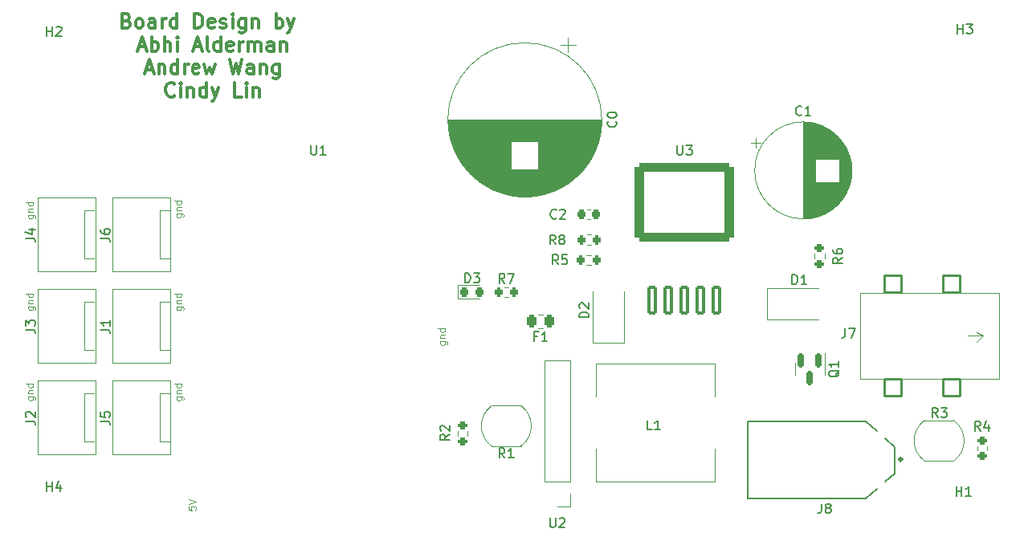
<source format=gto>
G04 #@! TF.GenerationSoftware,KiCad,Pcbnew,(6.0.1)*
G04 #@! TF.CreationDate,2022-04-16T00:13:44-07:00*
G04 #@! TF.ProjectId,AnimatronicEyes,416e696d-6174-4726-9f6e-696345796573,rev?*
G04 #@! TF.SameCoordinates,Original*
G04 #@! TF.FileFunction,Legend,Top*
G04 #@! TF.FilePolarity,Positive*
%FSLAX46Y46*%
G04 Gerber Fmt 4.6, Leading zero omitted, Abs format (unit mm)*
G04 Created by KiCad (PCBNEW (6.0.1)) date 2022-04-16 00:13:44*
%MOMM*%
%LPD*%
G01*
G04 APERTURE LIST*
G04 Aperture macros list*
%AMRoundRect*
0 Rectangle with rounded corners*
0 $1 Rounding radius*
0 $2 $3 $4 $5 $6 $7 $8 $9 X,Y pos of 4 corners*
0 Add a 4 corners polygon primitive as box body*
4,1,4,$2,$3,$4,$5,$6,$7,$8,$9,$2,$3,0*
0 Add four circle primitives for the rounded corners*
1,1,$1+$1,$2,$3*
1,1,$1+$1,$4,$5*
1,1,$1+$1,$6,$7*
1,1,$1+$1,$8,$9*
0 Add four rect primitives between the rounded corners*
20,1,$1+$1,$2,$3,$4,$5,0*
20,1,$1+$1,$4,$5,$6,$7,0*
20,1,$1+$1,$6,$7,$8,$9,0*
20,1,$1+$1,$8,$9,$2,$3,0*%
G04 Aperture macros list end*
%ADD10C,0.125000*%
%ADD11C,0.300000*%
%ADD12C,0.150000*%
%ADD13C,0.120000*%
%ADD14C,0.127000*%
%ADD15C,2.100000*%
%ADD16R,1.800000X2.500000*%
%ADD17R,2.030000X1.730000*%
%ADD18O,2.030000X1.730000*%
%ADD19C,1.500000*%
%ADD20RoundRect,0.150000X-0.358000X-1.375000X0.358000X-1.375000X0.358000X1.375000X-0.358000X1.375000X0*%
%ADD21RoundRect,0.500000X-4.745000X-3.690000X4.745000X-3.690000X4.745000X3.690000X-4.745000X3.690000X0*%
%ADD22RoundRect,0.200000X0.200000X0.275000X-0.200000X0.275000X-0.200000X-0.275000X0.200000X-0.275000X0*%
%ADD23R,2.500000X1.800000*%
%ADD24RoundRect,0.150000X-0.150000X0.587500X-0.150000X-0.587500X0.150000X-0.587500X0.150000X0.587500X0*%
%ADD25C,1.800000*%
%ADD26C,1.600000*%
%ADD27RoundRect,0.100000X0.900000X0.900000X-0.900000X0.900000X-0.900000X-0.900000X0.900000X-0.900000X0*%
%ADD28RoundRect,0.225000X0.225000X0.250000X-0.225000X0.250000X-0.225000X-0.250000X0.225000X-0.250000X0*%
%ADD29RoundRect,0.200000X-0.200000X-0.275000X0.200000X-0.275000X0.200000X0.275000X-0.200000X0.275000X0*%
%ADD30RoundRect,0.200000X0.275000X-0.200000X0.275000X0.200000X-0.275000X0.200000X-0.275000X-0.200000X0*%
%ADD31R,2.400000X2.400000*%
%ADD32C,2.400000*%
%ADD33O,1.700000X1.700000*%
%ADD34R,5.516000X5.516000*%
%ADD35C,5.516000*%
%ADD36RoundRect,0.243750X0.243750X0.456250X-0.243750X0.456250X-0.243750X-0.456250X0.243750X-0.456250X0*%
%ADD37RoundRect,0.200000X-0.275000X0.200000X-0.275000X-0.200000X0.275000X-0.200000X0.275000X0.200000X0*%
%ADD38RoundRect,0.218750X-0.218750X-0.256250X0.218750X-0.256250X0.218750X0.256250X-0.218750X0.256250X0*%
%ADD39R,1.700000X1.700000*%
%ADD40R,2.900000X5.400000*%
%ADD41R,2.000000X2.000000*%
%ADD42C,2.000000*%
G04 APERTURE END LIST*
D10*
X92676285Y-72653857D02*
X93283428Y-72653857D01*
X93354857Y-72689571D01*
X93390571Y-72725285D01*
X93426285Y-72796714D01*
X93426285Y-72903857D01*
X93390571Y-72975285D01*
X93140571Y-72653857D02*
X93176285Y-72725285D01*
X93176285Y-72868142D01*
X93140571Y-72939571D01*
X93104857Y-72975285D01*
X93033428Y-73011000D01*
X92819142Y-73011000D01*
X92747714Y-72975285D01*
X92712000Y-72939571D01*
X92676285Y-72868142D01*
X92676285Y-72725285D01*
X92712000Y-72653857D01*
X92676285Y-72296714D02*
X93176285Y-72296714D01*
X92747714Y-72296714D02*
X92712000Y-72261000D01*
X92676285Y-72189571D01*
X92676285Y-72082428D01*
X92712000Y-72011000D01*
X92783428Y-71975285D01*
X93176285Y-71975285D01*
X93176285Y-71296714D02*
X92426285Y-71296714D01*
X93140571Y-71296714D02*
X93176285Y-71368142D01*
X93176285Y-71511000D01*
X93140571Y-71582428D01*
X93104857Y-71618142D01*
X93033428Y-71653857D01*
X92819142Y-71653857D01*
X92747714Y-71618142D01*
X92712000Y-71582428D01*
X92676285Y-71511000D01*
X92676285Y-71368142D01*
X92712000Y-71296714D01*
X77055285Y-63001857D02*
X77662428Y-63001857D01*
X77733857Y-63037571D01*
X77769571Y-63073285D01*
X77805285Y-63144714D01*
X77805285Y-63251857D01*
X77769571Y-63323285D01*
X77519571Y-63001857D02*
X77555285Y-63073285D01*
X77555285Y-63216142D01*
X77519571Y-63287571D01*
X77483857Y-63323285D01*
X77412428Y-63359000D01*
X77198142Y-63359000D01*
X77126714Y-63323285D01*
X77091000Y-63287571D01*
X77055285Y-63216142D01*
X77055285Y-63073285D01*
X77091000Y-63001857D01*
X77055285Y-62644714D02*
X77555285Y-62644714D01*
X77126714Y-62644714D02*
X77091000Y-62609000D01*
X77055285Y-62537571D01*
X77055285Y-62430428D01*
X77091000Y-62359000D01*
X77162428Y-62323285D01*
X77555285Y-62323285D01*
X77555285Y-61644714D02*
X76805285Y-61644714D01*
X77519571Y-61644714D02*
X77555285Y-61716142D01*
X77555285Y-61859000D01*
X77519571Y-61930428D01*
X77483857Y-61966142D01*
X77412428Y-62001857D01*
X77198142Y-62001857D01*
X77126714Y-61966142D01*
X77091000Y-61930428D01*
X77055285Y-61859000D01*
X77055285Y-61716142D01*
X77091000Y-61644714D01*
X92676285Y-82178857D02*
X93283428Y-82178857D01*
X93354857Y-82214571D01*
X93390571Y-82250285D01*
X93426285Y-82321714D01*
X93426285Y-82428857D01*
X93390571Y-82500285D01*
X93140571Y-82178857D02*
X93176285Y-82250285D01*
X93176285Y-82393142D01*
X93140571Y-82464571D01*
X93104857Y-82500285D01*
X93033428Y-82536000D01*
X92819142Y-82536000D01*
X92747714Y-82500285D01*
X92712000Y-82464571D01*
X92676285Y-82393142D01*
X92676285Y-82250285D01*
X92712000Y-82178857D01*
X92676285Y-81821714D02*
X93176285Y-81821714D01*
X92747714Y-81821714D02*
X92712000Y-81786000D01*
X92676285Y-81714571D01*
X92676285Y-81607428D01*
X92712000Y-81536000D01*
X92783428Y-81500285D01*
X93176285Y-81500285D01*
X93176285Y-80821714D02*
X92426285Y-80821714D01*
X93140571Y-80821714D02*
X93176285Y-80893142D01*
X93176285Y-81036000D01*
X93140571Y-81107428D01*
X93104857Y-81143142D01*
X93033428Y-81178857D01*
X92819142Y-81178857D01*
X92747714Y-81143142D01*
X92712000Y-81107428D01*
X92676285Y-81036000D01*
X92676285Y-80893142D01*
X92712000Y-80821714D01*
X120489285Y-76336857D02*
X121096428Y-76336857D01*
X121167857Y-76372571D01*
X121203571Y-76408285D01*
X121239285Y-76479714D01*
X121239285Y-76586857D01*
X121203571Y-76658285D01*
X120953571Y-76336857D02*
X120989285Y-76408285D01*
X120989285Y-76551142D01*
X120953571Y-76622571D01*
X120917857Y-76658285D01*
X120846428Y-76694000D01*
X120632142Y-76694000D01*
X120560714Y-76658285D01*
X120525000Y-76622571D01*
X120489285Y-76551142D01*
X120489285Y-76408285D01*
X120525000Y-76336857D01*
X120489285Y-75979714D02*
X120989285Y-75979714D01*
X120560714Y-75979714D02*
X120525000Y-75944000D01*
X120489285Y-75872571D01*
X120489285Y-75765428D01*
X120525000Y-75694000D01*
X120596428Y-75658285D01*
X120989285Y-75658285D01*
X120989285Y-74979714D02*
X120239285Y-74979714D01*
X120953571Y-74979714D02*
X120989285Y-75051142D01*
X120989285Y-75194000D01*
X120953571Y-75265428D01*
X120917857Y-75301142D01*
X120846428Y-75336857D01*
X120632142Y-75336857D01*
X120560714Y-75301142D01*
X120525000Y-75265428D01*
X120489285Y-75194000D01*
X120489285Y-75051142D01*
X120525000Y-74979714D01*
X93950285Y-93741857D02*
X93950285Y-94099000D01*
X94307428Y-94134714D01*
X94271714Y-94099000D01*
X94236000Y-94027571D01*
X94236000Y-93849000D01*
X94271714Y-93777571D01*
X94307428Y-93741857D01*
X94378857Y-93706142D01*
X94557428Y-93706142D01*
X94628857Y-93741857D01*
X94664571Y-93777571D01*
X94700285Y-93849000D01*
X94700285Y-94027571D01*
X94664571Y-94099000D01*
X94628857Y-94134714D01*
X93950285Y-93491857D02*
X94700285Y-93241857D01*
X93950285Y-92991857D01*
X77055285Y-72653857D02*
X77662428Y-72653857D01*
X77733857Y-72689571D01*
X77769571Y-72725285D01*
X77805285Y-72796714D01*
X77805285Y-72903857D01*
X77769571Y-72975285D01*
X77519571Y-72653857D02*
X77555285Y-72725285D01*
X77555285Y-72868142D01*
X77519571Y-72939571D01*
X77483857Y-72975285D01*
X77412428Y-73011000D01*
X77198142Y-73011000D01*
X77126714Y-72975285D01*
X77091000Y-72939571D01*
X77055285Y-72868142D01*
X77055285Y-72725285D01*
X77091000Y-72653857D01*
X77055285Y-72296714D02*
X77555285Y-72296714D01*
X77126714Y-72296714D02*
X77091000Y-72261000D01*
X77055285Y-72189571D01*
X77055285Y-72082428D01*
X77091000Y-72011000D01*
X77162428Y-71975285D01*
X77555285Y-71975285D01*
X77555285Y-71296714D02*
X76805285Y-71296714D01*
X77519571Y-71296714D02*
X77555285Y-71368142D01*
X77555285Y-71511000D01*
X77519571Y-71582428D01*
X77483857Y-71618142D01*
X77412428Y-71653857D01*
X77198142Y-71653857D01*
X77126714Y-71618142D01*
X77091000Y-71582428D01*
X77055285Y-71511000D01*
X77055285Y-71368142D01*
X77091000Y-71296714D01*
X77055285Y-82178857D02*
X77662428Y-82178857D01*
X77733857Y-82214571D01*
X77769571Y-82250285D01*
X77805285Y-82321714D01*
X77805285Y-82428857D01*
X77769571Y-82500285D01*
X77519571Y-82178857D02*
X77555285Y-82250285D01*
X77555285Y-82393142D01*
X77519571Y-82464571D01*
X77483857Y-82500285D01*
X77412428Y-82536000D01*
X77198142Y-82536000D01*
X77126714Y-82500285D01*
X77091000Y-82464571D01*
X77055285Y-82393142D01*
X77055285Y-82250285D01*
X77091000Y-82178857D01*
X77055285Y-81821714D02*
X77555285Y-81821714D01*
X77126714Y-81821714D02*
X77091000Y-81786000D01*
X77055285Y-81714571D01*
X77055285Y-81607428D01*
X77091000Y-81536000D01*
X77162428Y-81500285D01*
X77555285Y-81500285D01*
X77555285Y-80821714D02*
X76805285Y-80821714D01*
X77519571Y-80821714D02*
X77555285Y-80893142D01*
X77555285Y-81036000D01*
X77519571Y-81107428D01*
X77483857Y-81143142D01*
X77412428Y-81178857D01*
X77198142Y-81178857D01*
X77126714Y-81143142D01*
X77091000Y-81107428D01*
X77055285Y-81036000D01*
X77055285Y-80893142D01*
X77091000Y-80821714D01*
D11*
X87448571Y-42498357D02*
X87662857Y-42569785D01*
X87734285Y-42641214D01*
X87805714Y-42784071D01*
X87805714Y-42998357D01*
X87734285Y-43141214D01*
X87662857Y-43212642D01*
X87520000Y-43284071D01*
X86948571Y-43284071D01*
X86948571Y-41784071D01*
X87448571Y-41784071D01*
X87591428Y-41855500D01*
X87662857Y-41926928D01*
X87734285Y-42069785D01*
X87734285Y-42212642D01*
X87662857Y-42355500D01*
X87591428Y-42426928D01*
X87448571Y-42498357D01*
X86948571Y-42498357D01*
X88662857Y-43284071D02*
X88520000Y-43212642D01*
X88448571Y-43141214D01*
X88377142Y-42998357D01*
X88377142Y-42569785D01*
X88448571Y-42426928D01*
X88520000Y-42355500D01*
X88662857Y-42284071D01*
X88877142Y-42284071D01*
X89020000Y-42355500D01*
X89091428Y-42426928D01*
X89162857Y-42569785D01*
X89162857Y-42998357D01*
X89091428Y-43141214D01*
X89020000Y-43212642D01*
X88877142Y-43284071D01*
X88662857Y-43284071D01*
X90448571Y-43284071D02*
X90448571Y-42498357D01*
X90377142Y-42355500D01*
X90234285Y-42284071D01*
X89948571Y-42284071D01*
X89805714Y-42355500D01*
X90448571Y-43212642D02*
X90305714Y-43284071D01*
X89948571Y-43284071D01*
X89805714Y-43212642D01*
X89734285Y-43069785D01*
X89734285Y-42926928D01*
X89805714Y-42784071D01*
X89948571Y-42712642D01*
X90305714Y-42712642D01*
X90448571Y-42641214D01*
X91162857Y-43284071D02*
X91162857Y-42284071D01*
X91162857Y-42569785D02*
X91234285Y-42426928D01*
X91305714Y-42355500D01*
X91448571Y-42284071D01*
X91591428Y-42284071D01*
X92734285Y-43284071D02*
X92734285Y-41784071D01*
X92734285Y-43212642D02*
X92591428Y-43284071D01*
X92305714Y-43284071D01*
X92162857Y-43212642D01*
X92091428Y-43141214D01*
X92020000Y-42998357D01*
X92020000Y-42569785D01*
X92091428Y-42426928D01*
X92162857Y-42355500D01*
X92305714Y-42284071D01*
X92591428Y-42284071D01*
X92734285Y-42355500D01*
X94591428Y-43284071D02*
X94591428Y-41784071D01*
X94948571Y-41784071D01*
X95162857Y-41855500D01*
X95305714Y-41998357D01*
X95377142Y-42141214D01*
X95448571Y-42426928D01*
X95448571Y-42641214D01*
X95377142Y-42926928D01*
X95305714Y-43069785D01*
X95162857Y-43212642D01*
X94948571Y-43284071D01*
X94591428Y-43284071D01*
X96662857Y-43212642D02*
X96520000Y-43284071D01*
X96234285Y-43284071D01*
X96091428Y-43212642D01*
X96020000Y-43069785D01*
X96020000Y-42498357D01*
X96091428Y-42355500D01*
X96234285Y-42284071D01*
X96520000Y-42284071D01*
X96662857Y-42355500D01*
X96734285Y-42498357D01*
X96734285Y-42641214D01*
X96020000Y-42784071D01*
X97305714Y-43212642D02*
X97448571Y-43284071D01*
X97734285Y-43284071D01*
X97877142Y-43212642D01*
X97948571Y-43069785D01*
X97948571Y-42998357D01*
X97877142Y-42855500D01*
X97734285Y-42784071D01*
X97520000Y-42784071D01*
X97377142Y-42712642D01*
X97305714Y-42569785D01*
X97305714Y-42498357D01*
X97377142Y-42355500D01*
X97520000Y-42284071D01*
X97734285Y-42284071D01*
X97877142Y-42355500D01*
X98591428Y-43284071D02*
X98591428Y-42284071D01*
X98591428Y-41784071D02*
X98520000Y-41855500D01*
X98591428Y-41926928D01*
X98662857Y-41855500D01*
X98591428Y-41784071D01*
X98591428Y-41926928D01*
X99948571Y-42284071D02*
X99948571Y-43498357D01*
X99877142Y-43641214D01*
X99805714Y-43712642D01*
X99662857Y-43784071D01*
X99448571Y-43784071D01*
X99305714Y-43712642D01*
X99948571Y-43212642D02*
X99805714Y-43284071D01*
X99520000Y-43284071D01*
X99377142Y-43212642D01*
X99305714Y-43141214D01*
X99234285Y-42998357D01*
X99234285Y-42569785D01*
X99305714Y-42426928D01*
X99377142Y-42355500D01*
X99520000Y-42284071D01*
X99805714Y-42284071D01*
X99948571Y-42355500D01*
X100662857Y-42284071D02*
X100662857Y-43284071D01*
X100662857Y-42426928D02*
X100734285Y-42355500D01*
X100877142Y-42284071D01*
X101091428Y-42284071D01*
X101234285Y-42355500D01*
X101305714Y-42498357D01*
X101305714Y-43284071D01*
X103162857Y-43284071D02*
X103162857Y-41784071D01*
X103162857Y-42355500D02*
X103305714Y-42284071D01*
X103591428Y-42284071D01*
X103734285Y-42355500D01*
X103805714Y-42426928D01*
X103877142Y-42569785D01*
X103877142Y-42998357D01*
X103805714Y-43141214D01*
X103734285Y-43212642D01*
X103591428Y-43284071D01*
X103305714Y-43284071D01*
X103162857Y-43212642D01*
X104377142Y-42284071D02*
X104734285Y-43284071D01*
X105091428Y-42284071D02*
X104734285Y-43284071D01*
X104591428Y-43641214D01*
X104520000Y-43712642D01*
X104377142Y-43784071D01*
X88698571Y-45270500D02*
X89412857Y-45270500D01*
X88555714Y-45699071D02*
X89055714Y-44199071D01*
X89555714Y-45699071D01*
X90055714Y-45699071D02*
X90055714Y-44199071D01*
X90055714Y-44770500D02*
X90198571Y-44699071D01*
X90484285Y-44699071D01*
X90627142Y-44770500D01*
X90698571Y-44841928D01*
X90770000Y-44984785D01*
X90770000Y-45413357D01*
X90698571Y-45556214D01*
X90627142Y-45627642D01*
X90484285Y-45699071D01*
X90198571Y-45699071D01*
X90055714Y-45627642D01*
X91412857Y-45699071D02*
X91412857Y-44199071D01*
X92055714Y-45699071D02*
X92055714Y-44913357D01*
X91984285Y-44770500D01*
X91841428Y-44699071D01*
X91627142Y-44699071D01*
X91484285Y-44770500D01*
X91412857Y-44841928D01*
X92770000Y-45699071D02*
X92770000Y-44699071D01*
X92770000Y-44199071D02*
X92698571Y-44270500D01*
X92770000Y-44341928D01*
X92841428Y-44270500D01*
X92770000Y-44199071D01*
X92770000Y-44341928D01*
X94555714Y-45270500D02*
X95270000Y-45270500D01*
X94412857Y-45699071D02*
X94912857Y-44199071D01*
X95412857Y-45699071D01*
X96127142Y-45699071D02*
X95984285Y-45627642D01*
X95912857Y-45484785D01*
X95912857Y-44199071D01*
X97341428Y-45699071D02*
X97341428Y-44199071D01*
X97341428Y-45627642D02*
X97198571Y-45699071D01*
X96912857Y-45699071D01*
X96770000Y-45627642D01*
X96698571Y-45556214D01*
X96627142Y-45413357D01*
X96627142Y-44984785D01*
X96698571Y-44841928D01*
X96770000Y-44770500D01*
X96912857Y-44699071D01*
X97198571Y-44699071D01*
X97341428Y-44770500D01*
X98627142Y-45627642D02*
X98484285Y-45699071D01*
X98198571Y-45699071D01*
X98055714Y-45627642D01*
X97984285Y-45484785D01*
X97984285Y-44913357D01*
X98055714Y-44770500D01*
X98198571Y-44699071D01*
X98484285Y-44699071D01*
X98627142Y-44770500D01*
X98698571Y-44913357D01*
X98698571Y-45056214D01*
X97984285Y-45199071D01*
X99341428Y-45699071D02*
X99341428Y-44699071D01*
X99341428Y-44984785D02*
X99412857Y-44841928D01*
X99484285Y-44770500D01*
X99627142Y-44699071D01*
X99770000Y-44699071D01*
X100270000Y-45699071D02*
X100270000Y-44699071D01*
X100270000Y-44841928D02*
X100341428Y-44770500D01*
X100484285Y-44699071D01*
X100698571Y-44699071D01*
X100841428Y-44770500D01*
X100912857Y-44913357D01*
X100912857Y-45699071D01*
X100912857Y-44913357D02*
X100984285Y-44770500D01*
X101127142Y-44699071D01*
X101341428Y-44699071D01*
X101484285Y-44770500D01*
X101555714Y-44913357D01*
X101555714Y-45699071D01*
X102912857Y-45699071D02*
X102912857Y-44913357D01*
X102841428Y-44770500D01*
X102698571Y-44699071D01*
X102412857Y-44699071D01*
X102270000Y-44770500D01*
X102912857Y-45627642D02*
X102770000Y-45699071D01*
X102412857Y-45699071D01*
X102270000Y-45627642D01*
X102198571Y-45484785D01*
X102198571Y-45341928D01*
X102270000Y-45199071D01*
X102412857Y-45127642D01*
X102770000Y-45127642D01*
X102912857Y-45056214D01*
X103627142Y-44699071D02*
X103627142Y-45699071D01*
X103627142Y-44841928D02*
X103698571Y-44770500D01*
X103841428Y-44699071D01*
X104055714Y-44699071D01*
X104198571Y-44770500D01*
X104270000Y-44913357D01*
X104270000Y-45699071D01*
X89448571Y-47685500D02*
X90162857Y-47685500D01*
X89305714Y-48114071D02*
X89805714Y-46614071D01*
X90305714Y-48114071D01*
X90805714Y-47114071D02*
X90805714Y-48114071D01*
X90805714Y-47256928D02*
X90877142Y-47185500D01*
X91020000Y-47114071D01*
X91234285Y-47114071D01*
X91377142Y-47185500D01*
X91448571Y-47328357D01*
X91448571Y-48114071D01*
X92805714Y-48114071D02*
X92805714Y-46614071D01*
X92805714Y-48042642D02*
X92662857Y-48114071D01*
X92377142Y-48114071D01*
X92234285Y-48042642D01*
X92162857Y-47971214D01*
X92091428Y-47828357D01*
X92091428Y-47399785D01*
X92162857Y-47256928D01*
X92234285Y-47185500D01*
X92377142Y-47114071D01*
X92662857Y-47114071D01*
X92805714Y-47185500D01*
X93520000Y-48114071D02*
X93520000Y-47114071D01*
X93520000Y-47399785D02*
X93591428Y-47256928D01*
X93662857Y-47185500D01*
X93805714Y-47114071D01*
X93948571Y-47114071D01*
X95020000Y-48042642D02*
X94877142Y-48114071D01*
X94591428Y-48114071D01*
X94448571Y-48042642D01*
X94377142Y-47899785D01*
X94377142Y-47328357D01*
X94448571Y-47185500D01*
X94591428Y-47114071D01*
X94877142Y-47114071D01*
X95020000Y-47185500D01*
X95091428Y-47328357D01*
X95091428Y-47471214D01*
X94377142Y-47614071D01*
X95591428Y-47114071D02*
X95877142Y-48114071D01*
X96162857Y-47399785D01*
X96448571Y-48114071D01*
X96734285Y-47114071D01*
X98305714Y-46614071D02*
X98662857Y-48114071D01*
X98948571Y-47042642D01*
X99234285Y-48114071D01*
X99591428Y-46614071D01*
X100805714Y-48114071D02*
X100805714Y-47328357D01*
X100734285Y-47185500D01*
X100591428Y-47114071D01*
X100305714Y-47114071D01*
X100162857Y-47185500D01*
X100805714Y-48042642D02*
X100662857Y-48114071D01*
X100305714Y-48114071D01*
X100162857Y-48042642D01*
X100091428Y-47899785D01*
X100091428Y-47756928D01*
X100162857Y-47614071D01*
X100305714Y-47542642D01*
X100662857Y-47542642D01*
X100805714Y-47471214D01*
X101520000Y-47114071D02*
X101520000Y-48114071D01*
X101520000Y-47256928D02*
X101591428Y-47185500D01*
X101734285Y-47114071D01*
X101948571Y-47114071D01*
X102091428Y-47185500D01*
X102162857Y-47328357D01*
X102162857Y-48114071D01*
X103520000Y-47114071D02*
X103520000Y-48328357D01*
X103448571Y-48471214D01*
X103377142Y-48542642D01*
X103234285Y-48614071D01*
X103020000Y-48614071D01*
X102877142Y-48542642D01*
X103520000Y-48042642D02*
X103377142Y-48114071D01*
X103091428Y-48114071D01*
X102948571Y-48042642D01*
X102877142Y-47971214D01*
X102805714Y-47828357D01*
X102805714Y-47399785D01*
X102877142Y-47256928D01*
X102948571Y-47185500D01*
X103091428Y-47114071D01*
X103377142Y-47114071D01*
X103520000Y-47185500D01*
X92484285Y-50386214D02*
X92412857Y-50457642D01*
X92198571Y-50529071D01*
X92055714Y-50529071D01*
X91841428Y-50457642D01*
X91698571Y-50314785D01*
X91627142Y-50171928D01*
X91555714Y-49886214D01*
X91555714Y-49671928D01*
X91627142Y-49386214D01*
X91698571Y-49243357D01*
X91841428Y-49100500D01*
X92055714Y-49029071D01*
X92198571Y-49029071D01*
X92412857Y-49100500D01*
X92484285Y-49171928D01*
X93127142Y-50529071D02*
X93127142Y-49529071D01*
X93127142Y-49029071D02*
X93055714Y-49100500D01*
X93127142Y-49171928D01*
X93198571Y-49100500D01*
X93127142Y-49029071D01*
X93127142Y-49171928D01*
X93841428Y-49529071D02*
X93841428Y-50529071D01*
X93841428Y-49671928D02*
X93912857Y-49600500D01*
X94055714Y-49529071D01*
X94270000Y-49529071D01*
X94412857Y-49600500D01*
X94484285Y-49743357D01*
X94484285Y-50529071D01*
X95841428Y-50529071D02*
X95841428Y-49029071D01*
X95841428Y-50457642D02*
X95698571Y-50529071D01*
X95412857Y-50529071D01*
X95270000Y-50457642D01*
X95198571Y-50386214D01*
X95127142Y-50243357D01*
X95127142Y-49814785D01*
X95198571Y-49671928D01*
X95270000Y-49600500D01*
X95412857Y-49529071D01*
X95698571Y-49529071D01*
X95841428Y-49600500D01*
X96412857Y-49529071D02*
X96770000Y-50529071D01*
X97127142Y-49529071D02*
X96770000Y-50529071D01*
X96627142Y-50886214D01*
X96555714Y-50957642D01*
X96412857Y-51029071D01*
X99555714Y-50529071D02*
X98841428Y-50529071D01*
X98841428Y-49029071D01*
X100055714Y-50529071D02*
X100055714Y-49529071D01*
X100055714Y-49029071D02*
X99984285Y-49100500D01*
X100055714Y-49171928D01*
X100127142Y-49100500D01*
X100055714Y-49029071D01*
X100055714Y-49171928D01*
X100770000Y-49529071D02*
X100770000Y-50529071D01*
X100770000Y-49671928D02*
X100841428Y-49600500D01*
X100984285Y-49529071D01*
X101198571Y-49529071D01*
X101341428Y-49600500D01*
X101412857Y-49743357D01*
X101412857Y-50529071D01*
D10*
X92676285Y-62874857D02*
X93283428Y-62874857D01*
X93354857Y-62910571D01*
X93390571Y-62946285D01*
X93426285Y-63017714D01*
X93426285Y-63124857D01*
X93390571Y-63196285D01*
X93140571Y-62874857D02*
X93176285Y-62946285D01*
X93176285Y-63089142D01*
X93140571Y-63160571D01*
X93104857Y-63196285D01*
X93033428Y-63232000D01*
X92819142Y-63232000D01*
X92747714Y-63196285D01*
X92712000Y-63160571D01*
X92676285Y-63089142D01*
X92676285Y-62946285D01*
X92712000Y-62874857D01*
X92676285Y-62517714D02*
X93176285Y-62517714D01*
X92747714Y-62517714D02*
X92712000Y-62482000D01*
X92676285Y-62410571D01*
X92676285Y-62303428D01*
X92712000Y-62232000D01*
X92783428Y-62196285D01*
X93176285Y-62196285D01*
X93176285Y-61517714D02*
X92426285Y-61517714D01*
X93140571Y-61517714D02*
X93176285Y-61589142D01*
X93176285Y-61732000D01*
X93140571Y-61803428D01*
X93104857Y-61839142D01*
X93033428Y-61874857D01*
X92819142Y-61874857D01*
X92747714Y-61839142D01*
X92712000Y-61803428D01*
X92676285Y-61732000D01*
X92676285Y-61589142D01*
X92712000Y-61517714D01*
D12*
X78994095Y-44115380D02*
X78994095Y-43115380D01*
X78994095Y-43591571D02*
X79565523Y-43591571D01*
X79565523Y-44115380D02*
X79565523Y-43115380D01*
X79994095Y-43210619D02*
X80041714Y-43163000D01*
X80136952Y-43115380D01*
X80375047Y-43115380D01*
X80470285Y-43163000D01*
X80517904Y-43210619D01*
X80565523Y-43305857D01*
X80565523Y-43401095D01*
X80517904Y-43543952D01*
X79946476Y-44115380D01*
X80565523Y-44115380D01*
X136152380Y-73800595D02*
X135152380Y-73800595D01*
X135152380Y-73562500D01*
X135200000Y-73419642D01*
X135295238Y-73324404D01*
X135390476Y-73276785D01*
X135580952Y-73229166D01*
X135723809Y-73229166D01*
X135914285Y-73276785D01*
X136009523Y-73324404D01*
X136104761Y-73419642D01*
X136152380Y-73562500D01*
X136152380Y-73800595D01*
X135247619Y-72848214D02*
X135200000Y-72800595D01*
X135152380Y-72705357D01*
X135152380Y-72467261D01*
X135200000Y-72372023D01*
X135247619Y-72324404D01*
X135342857Y-72276785D01*
X135438095Y-72276785D01*
X135580952Y-72324404D01*
X136152380Y-72895833D01*
X136152380Y-72276785D01*
X84673380Y-75087333D02*
X85387666Y-75087333D01*
X85530523Y-75134952D01*
X85625761Y-75230190D01*
X85673380Y-75373047D01*
X85673380Y-75468285D01*
X85673380Y-74087333D02*
X85673380Y-74658761D01*
X85673380Y-74373047D02*
X84673380Y-74373047D01*
X84816238Y-74468285D01*
X84911476Y-74563523D01*
X84959095Y-74658761D01*
X172933333Y-84352380D02*
X172600000Y-83876190D01*
X172361904Y-84352380D02*
X172361904Y-83352380D01*
X172742857Y-83352380D01*
X172838095Y-83400000D01*
X172885714Y-83447619D01*
X172933333Y-83542857D01*
X172933333Y-83685714D01*
X172885714Y-83780952D01*
X172838095Y-83828571D01*
X172742857Y-83876190D01*
X172361904Y-83876190D01*
X173266666Y-83352380D02*
X173885714Y-83352380D01*
X173552380Y-83733333D01*
X173695238Y-83733333D01*
X173790476Y-83780952D01*
X173838095Y-83828571D01*
X173885714Y-83923809D01*
X173885714Y-84161904D01*
X173838095Y-84257142D01*
X173790476Y-84304761D01*
X173695238Y-84352380D01*
X173409523Y-84352380D01*
X173314285Y-84304761D01*
X173266666Y-84257142D01*
X145473095Y-55652380D02*
X145473095Y-56461904D01*
X145520714Y-56557142D01*
X145568333Y-56604761D01*
X145663571Y-56652380D01*
X145854047Y-56652380D01*
X145949285Y-56604761D01*
X145996904Y-56557142D01*
X146044523Y-56461904D01*
X146044523Y-55652380D01*
X146425476Y-55652380D02*
X147044523Y-55652380D01*
X146711190Y-56033333D01*
X146854047Y-56033333D01*
X146949285Y-56080952D01*
X146996904Y-56128571D01*
X147044523Y-56223809D01*
X147044523Y-56461904D01*
X146996904Y-56557142D01*
X146949285Y-56604761D01*
X146854047Y-56652380D01*
X146568333Y-56652380D01*
X146473095Y-56604761D01*
X146425476Y-56557142D01*
X127272333Y-88606380D02*
X126939000Y-88130190D01*
X126700904Y-88606380D02*
X126700904Y-87606380D01*
X127081857Y-87606380D01*
X127177095Y-87654000D01*
X127224714Y-87701619D01*
X127272333Y-87796857D01*
X127272333Y-87939714D01*
X127224714Y-88034952D01*
X127177095Y-88082571D01*
X127081857Y-88130190D01*
X126700904Y-88130190D01*
X128224714Y-88606380D02*
X127653285Y-88606380D01*
X127939000Y-88606380D02*
X127939000Y-87606380D01*
X127843761Y-87749238D01*
X127748523Y-87844476D01*
X127653285Y-87892095D01*
X84673380Y-84737333D02*
X85387666Y-84737333D01*
X85530523Y-84784952D01*
X85625761Y-84880190D01*
X85673380Y-85023047D01*
X85673380Y-85118285D01*
X84673380Y-83784952D02*
X84673380Y-84261142D01*
X85149571Y-84308761D01*
X85101952Y-84261142D01*
X85054333Y-84165904D01*
X85054333Y-83927809D01*
X85101952Y-83832571D01*
X85149571Y-83784952D01*
X85244809Y-83737333D01*
X85482904Y-83737333D01*
X85578142Y-83784952D01*
X85625761Y-83832571D01*
X85673380Y-83927809D01*
X85673380Y-84165904D01*
X85625761Y-84261142D01*
X85578142Y-84308761D01*
X127278333Y-70175380D02*
X126945000Y-69699190D01*
X126706904Y-70175380D02*
X126706904Y-69175380D01*
X127087857Y-69175380D01*
X127183095Y-69223000D01*
X127230714Y-69270619D01*
X127278333Y-69365857D01*
X127278333Y-69508714D01*
X127230714Y-69603952D01*
X127183095Y-69651571D01*
X127087857Y-69699190D01*
X126706904Y-69699190D01*
X127611666Y-69175380D02*
X128278333Y-69175380D01*
X127849761Y-70175380D01*
X157595404Y-70306380D02*
X157595404Y-69306380D01*
X157833500Y-69306380D01*
X157976357Y-69354000D01*
X158071595Y-69449238D01*
X158119214Y-69544476D01*
X158166833Y-69734952D01*
X158166833Y-69877809D01*
X158119214Y-70068285D01*
X158071595Y-70163523D01*
X157976357Y-70258761D01*
X157833500Y-70306380D01*
X157595404Y-70306380D01*
X159119214Y-70306380D02*
X158547785Y-70306380D01*
X158833500Y-70306380D02*
X158833500Y-69306380D01*
X158738261Y-69449238D01*
X158643023Y-69544476D01*
X158547785Y-69592095D01*
X162547619Y-79349238D02*
X162500000Y-79444476D01*
X162404761Y-79539714D01*
X162261904Y-79682571D01*
X162214285Y-79777809D01*
X162214285Y-79873047D01*
X162452380Y-79825428D02*
X162404761Y-79920666D01*
X162309523Y-80015904D01*
X162119047Y-80063523D01*
X161785714Y-80063523D01*
X161595238Y-80015904D01*
X161500000Y-79920666D01*
X161452380Y-79825428D01*
X161452380Y-79634952D01*
X161500000Y-79539714D01*
X161595238Y-79444476D01*
X161785714Y-79396857D01*
X162119047Y-79396857D01*
X162309523Y-79444476D01*
X162404761Y-79539714D01*
X162452380Y-79634952D01*
X162452380Y-79825428D01*
X162452380Y-78444476D02*
X162452380Y-79015904D01*
X162452380Y-78730190D02*
X161452380Y-78730190D01*
X161595238Y-78825428D01*
X161690476Y-78920666D01*
X161738095Y-79015904D01*
X163166666Y-74952380D02*
X163166666Y-75666666D01*
X163119047Y-75809523D01*
X163023809Y-75904761D01*
X162880952Y-75952380D01*
X162785714Y-75952380D01*
X163547619Y-74952380D02*
X164214285Y-74952380D01*
X163785714Y-75952380D01*
X132733333Y-63307142D02*
X132685714Y-63354761D01*
X132542857Y-63402380D01*
X132447619Y-63402380D01*
X132304761Y-63354761D01*
X132209523Y-63259523D01*
X132161904Y-63164285D01*
X132114285Y-62973809D01*
X132114285Y-62830952D01*
X132161904Y-62640476D01*
X132209523Y-62545238D01*
X132304761Y-62450000D01*
X132447619Y-62402380D01*
X132542857Y-62402380D01*
X132685714Y-62450000D01*
X132733333Y-62497619D01*
X133114285Y-62497619D02*
X133161904Y-62450000D01*
X133257142Y-62402380D01*
X133495238Y-62402380D01*
X133590476Y-62450000D01*
X133638095Y-62497619D01*
X133685714Y-62592857D01*
X133685714Y-62688095D01*
X133638095Y-62830952D01*
X133066666Y-63402380D01*
X133685714Y-63402380D01*
X132933333Y-68202380D02*
X132600000Y-67726190D01*
X132361904Y-68202380D02*
X132361904Y-67202380D01*
X132742857Y-67202380D01*
X132838095Y-67250000D01*
X132885714Y-67297619D01*
X132933333Y-67392857D01*
X132933333Y-67535714D01*
X132885714Y-67630952D01*
X132838095Y-67678571D01*
X132742857Y-67726190D01*
X132361904Y-67726190D01*
X133838095Y-67202380D02*
X133361904Y-67202380D01*
X133314285Y-67678571D01*
X133361904Y-67630952D01*
X133457142Y-67583333D01*
X133695238Y-67583333D01*
X133790476Y-67630952D01*
X133838095Y-67678571D01*
X133885714Y-67773809D01*
X133885714Y-68011904D01*
X133838095Y-68107142D01*
X133790476Y-68154761D01*
X133695238Y-68202380D01*
X133457142Y-68202380D01*
X133361904Y-68154761D01*
X133314285Y-68107142D01*
X76773380Y-75087333D02*
X77487666Y-75087333D01*
X77630523Y-75134952D01*
X77725761Y-75230190D01*
X77773380Y-75373047D01*
X77773380Y-75468285D01*
X76773380Y-74706380D02*
X76773380Y-74087333D01*
X77154333Y-74420666D01*
X77154333Y-74277809D01*
X77201952Y-74182571D01*
X77249571Y-74134952D01*
X77344809Y-74087333D01*
X77582904Y-74087333D01*
X77678142Y-74134952D01*
X77725761Y-74182571D01*
X77773380Y-74277809D01*
X77773380Y-74563523D01*
X77725761Y-74658761D01*
X77678142Y-74706380D01*
X162885380Y-67495666D02*
X162409190Y-67829000D01*
X162885380Y-68067095D02*
X161885380Y-68067095D01*
X161885380Y-67686142D01*
X161933000Y-67590904D01*
X161980619Y-67543285D01*
X162075857Y-67495666D01*
X162218714Y-67495666D01*
X162313952Y-67543285D01*
X162361571Y-67590904D01*
X162409190Y-67686142D01*
X162409190Y-68067095D01*
X161885380Y-66638523D02*
X161885380Y-66829000D01*
X161933000Y-66924238D01*
X161980619Y-66971857D01*
X162123476Y-67067095D01*
X162313952Y-67114714D01*
X162694904Y-67114714D01*
X162790142Y-67067095D01*
X162837761Y-67019476D01*
X162885380Y-66924238D01*
X162885380Y-66733761D01*
X162837761Y-66638523D01*
X162790142Y-66590904D01*
X162694904Y-66543285D01*
X162456809Y-66543285D01*
X162361571Y-66590904D01*
X162313952Y-66638523D01*
X162266333Y-66733761D01*
X162266333Y-66924238D01*
X162313952Y-67019476D01*
X162361571Y-67067095D01*
X162456809Y-67114714D01*
X132633333Y-66102380D02*
X132300000Y-65626190D01*
X132061904Y-66102380D02*
X132061904Y-65102380D01*
X132442857Y-65102380D01*
X132538095Y-65150000D01*
X132585714Y-65197619D01*
X132633333Y-65292857D01*
X132633333Y-65435714D01*
X132585714Y-65530952D01*
X132538095Y-65578571D01*
X132442857Y-65626190D01*
X132061904Y-65626190D01*
X133204761Y-65530952D02*
X133109523Y-65483333D01*
X133061904Y-65435714D01*
X133014285Y-65340476D01*
X133014285Y-65292857D01*
X133061904Y-65197619D01*
X133109523Y-65150000D01*
X133204761Y-65102380D01*
X133395238Y-65102380D01*
X133490476Y-65150000D01*
X133538095Y-65197619D01*
X133585714Y-65292857D01*
X133585714Y-65340476D01*
X133538095Y-65435714D01*
X133490476Y-65483333D01*
X133395238Y-65530952D01*
X133204761Y-65530952D01*
X133109523Y-65578571D01*
X133061904Y-65626190D01*
X133014285Y-65721428D01*
X133014285Y-65911904D01*
X133061904Y-66007142D01*
X133109523Y-66054761D01*
X133204761Y-66102380D01*
X133395238Y-66102380D01*
X133490476Y-66054761D01*
X133538095Y-66007142D01*
X133585714Y-65911904D01*
X133585714Y-65721428D01*
X133538095Y-65626190D01*
X133490476Y-65578571D01*
X133395238Y-65530952D01*
X139007142Y-53116666D02*
X139054761Y-53164285D01*
X139102380Y-53307142D01*
X139102380Y-53402380D01*
X139054761Y-53545238D01*
X138959523Y-53640476D01*
X138864285Y-53688095D01*
X138673809Y-53735714D01*
X138530952Y-53735714D01*
X138340476Y-53688095D01*
X138245238Y-53640476D01*
X138150000Y-53545238D01*
X138102380Y-53402380D01*
X138102380Y-53307142D01*
X138150000Y-53164285D01*
X138197619Y-53116666D01*
X138102380Y-52497619D02*
X138102380Y-52402380D01*
X138150000Y-52307142D01*
X138197619Y-52259523D01*
X138292857Y-52211904D01*
X138483333Y-52164285D01*
X138721428Y-52164285D01*
X138911904Y-52211904D01*
X139007142Y-52259523D01*
X139054761Y-52307142D01*
X139102380Y-52402380D01*
X139102380Y-52497619D01*
X139054761Y-52592857D01*
X139007142Y-52640476D01*
X138911904Y-52688095D01*
X138721428Y-52735714D01*
X138483333Y-52735714D01*
X138292857Y-52688095D01*
X138197619Y-52640476D01*
X138150000Y-52592857D01*
X138102380Y-52497619D01*
X106871095Y-55652380D02*
X106871095Y-56461904D01*
X106918714Y-56557142D01*
X106966333Y-56604761D01*
X107061571Y-56652380D01*
X107252047Y-56652380D01*
X107347285Y-56604761D01*
X107394904Y-56557142D01*
X107442523Y-56461904D01*
X107442523Y-55652380D01*
X108442523Y-56652380D02*
X107871095Y-56652380D01*
X108156809Y-56652380D02*
X108156809Y-55652380D01*
X108061571Y-55795238D01*
X107966333Y-55890476D01*
X107871095Y-55938095D01*
X160666435Y-93452001D02*
X160666435Y-94166782D01*
X160618783Y-94309738D01*
X160523479Y-94405042D01*
X160380523Y-94452694D01*
X160285219Y-94452694D01*
X161285912Y-93880869D02*
X161190608Y-93833217D01*
X161142956Y-93785565D01*
X161095304Y-93690261D01*
X161095304Y-93642609D01*
X161142956Y-93547305D01*
X161190608Y-93499653D01*
X161285912Y-93452001D01*
X161476520Y-93452001D01*
X161571824Y-93499653D01*
X161619476Y-93547305D01*
X161667128Y-93642609D01*
X161667128Y-93690261D01*
X161619476Y-93785565D01*
X161571824Y-93833217D01*
X161476520Y-93880869D01*
X161285912Y-93880869D01*
X161190608Y-93928521D01*
X161142956Y-93976173D01*
X161095304Y-94071478D01*
X161095304Y-94262086D01*
X161142956Y-94357390D01*
X161190608Y-94405042D01*
X161285912Y-94452694D01*
X161476520Y-94452694D01*
X161571824Y-94405042D01*
X161619476Y-94357390D01*
X161667128Y-94262086D01*
X161667128Y-94071478D01*
X161619476Y-93976173D01*
X161571824Y-93928521D01*
X161476520Y-93880869D01*
X130729166Y-75778571D02*
X130395833Y-75778571D01*
X130395833Y-76302380D02*
X130395833Y-75302380D01*
X130872023Y-75302380D01*
X131776785Y-76302380D02*
X131205357Y-76302380D01*
X131491071Y-76302380D02*
X131491071Y-75302380D01*
X131395833Y-75445238D01*
X131300595Y-75540476D01*
X131205357Y-75588095D01*
X121483380Y-86145666D02*
X121007190Y-86479000D01*
X121483380Y-86717095D02*
X120483380Y-86717095D01*
X120483380Y-86336142D01*
X120531000Y-86240904D01*
X120578619Y-86193285D01*
X120673857Y-86145666D01*
X120816714Y-86145666D01*
X120911952Y-86193285D01*
X120959571Y-86240904D01*
X121007190Y-86336142D01*
X121007190Y-86717095D01*
X120578619Y-85764714D02*
X120531000Y-85717095D01*
X120483380Y-85621857D01*
X120483380Y-85383761D01*
X120531000Y-85288523D01*
X120578619Y-85240904D01*
X120673857Y-85193285D01*
X120769095Y-85193285D01*
X120911952Y-85240904D01*
X121483380Y-85812333D01*
X121483380Y-85193285D01*
X175006095Y-43861380D02*
X175006095Y-42861380D01*
X175006095Y-43337571D02*
X175577523Y-43337571D01*
X175577523Y-43861380D02*
X175577523Y-42861380D01*
X175958476Y-42861380D02*
X176577523Y-42861380D01*
X176244190Y-43242333D01*
X176387047Y-43242333D01*
X176482285Y-43289952D01*
X176529904Y-43337571D01*
X176577523Y-43432809D01*
X176577523Y-43670904D01*
X176529904Y-43766142D01*
X176482285Y-43813761D01*
X176387047Y-43861380D01*
X176101333Y-43861380D01*
X176006095Y-43813761D01*
X175958476Y-43766142D01*
X123086904Y-70142380D02*
X123086904Y-69142380D01*
X123325000Y-69142380D01*
X123467857Y-69190000D01*
X123563095Y-69285238D01*
X123610714Y-69380476D01*
X123658333Y-69570952D01*
X123658333Y-69713809D01*
X123610714Y-69904285D01*
X123563095Y-69999523D01*
X123467857Y-70094761D01*
X123325000Y-70142380D01*
X123086904Y-70142380D01*
X123991666Y-69142380D02*
X124610714Y-69142380D01*
X124277380Y-69523333D01*
X124420238Y-69523333D01*
X124515476Y-69570952D01*
X124563095Y-69618571D01*
X124610714Y-69713809D01*
X124610714Y-69951904D01*
X124563095Y-70047142D01*
X124515476Y-70094761D01*
X124420238Y-70142380D01*
X124134523Y-70142380D01*
X124039285Y-70094761D01*
X123991666Y-70047142D01*
X84673380Y-65437333D02*
X85387666Y-65437333D01*
X85530523Y-65484952D01*
X85625761Y-65580190D01*
X85673380Y-65723047D01*
X85673380Y-65818285D01*
X84673380Y-64532571D02*
X84673380Y-64723047D01*
X84721000Y-64818285D01*
X84768619Y-64865904D01*
X84911476Y-64961142D01*
X85101952Y-65008761D01*
X85482904Y-65008761D01*
X85578142Y-64961142D01*
X85625761Y-64913523D01*
X85673380Y-64818285D01*
X85673380Y-64627809D01*
X85625761Y-64532571D01*
X85578142Y-64484952D01*
X85482904Y-64437333D01*
X85244809Y-64437333D01*
X85149571Y-64484952D01*
X85101952Y-64532571D01*
X85054333Y-64627809D01*
X85054333Y-64818285D01*
X85101952Y-64913523D01*
X85149571Y-64961142D01*
X85244809Y-65008761D01*
X76773380Y-84737333D02*
X77487666Y-84737333D01*
X77630523Y-84784952D01*
X77725761Y-84880190D01*
X77773380Y-85023047D01*
X77773380Y-85118285D01*
X76868619Y-84308761D02*
X76821000Y-84261142D01*
X76773380Y-84165904D01*
X76773380Y-83927809D01*
X76821000Y-83832571D01*
X76868619Y-83784952D01*
X76963857Y-83737333D01*
X77059095Y-83737333D01*
X77201952Y-83784952D01*
X77773380Y-84356380D01*
X77773380Y-83737333D01*
X174879095Y-92629380D02*
X174879095Y-91629380D01*
X174879095Y-92105571D02*
X175450523Y-92105571D01*
X175450523Y-92629380D02*
X175450523Y-91629380D01*
X176450523Y-92629380D02*
X175879095Y-92629380D01*
X176164809Y-92629380D02*
X176164809Y-91629380D01*
X176069571Y-91772238D01*
X175974333Y-91867476D01*
X175879095Y-91915095D01*
X132059095Y-94952380D02*
X132059095Y-95761904D01*
X132106714Y-95857142D01*
X132154333Y-95904761D01*
X132249571Y-95952380D01*
X132440047Y-95952380D01*
X132535285Y-95904761D01*
X132582904Y-95857142D01*
X132630523Y-95761904D01*
X132630523Y-94952380D01*
X133059095Y-95047619D02*
X133106714Y-95000000D01*
X133201952Y-94952380D01*
X133440047Y-94952380D01*
X133535285Y-95000000D01*
X133582904Y-95047619D01*
X133630523Y-95142857D01*
X133630523Y-95238095D01*
X133582904Y-95380952D01*
X133011476Y-95952380D01*
X133630523Y-95952380D01*
X177433333Y-85752380D02*
X177100000Y-85276190D01*
X176861904Y-85752380D02*
X176861904Y-84752380D01*
X177242857Y-84752380D01*
X177338095Y-84800000D01*
X177385714Y-84847619D01*
X177433333Y-84942857D01*
X177433333Y-85085714D01*
X177385714Y-85180952D01*
X177338095Y-85228571D01*
X177242857Y-85276190D01*
X176861904Y-85276190D01*
X178290476Y-85085714D02*
X178290476Y-85752380D01*
X178052380Y-84704761D02*
X177814285Y-85419047D01*
X178433333Y-85419047D01*
X76773380Y-65437333D02*
X77487666Y-65437333D01*
X77630523Y-65484952D01*
X77725761Y-65580190D01*
X77773380Y-65723047D01*
X77773380Y-65818285D01*
X77106714Y-64532571D02*
X77773380Y-64532571D01*
X76725761Y-64770666D02*
X77440047Y-65008761D01*
X77440047Y-64389714D01*
X142820333Y-85654380D02*
X142344142Y-85654380D01*
X142344142Y-84654380D01*
X143677476Y-85654380D02*
X143106047Y-85654380D01*
X143391761Y-85654380D02*
X143391761Y-84654380D01*
X143296523Y-84797238D01*
X143201285Y-84892476D01*
X143106047Y-84940095D01*
X78994095Y-92121380D02*
X78994095Y-91121380D01*
X78994095Y-91597571D02*
X79565523Y-91597571D01*
X79565523Y-92121380D02*
X79565523Y-91121380D01*
X80470285Y-91454714D02*
X80470285Y-92121380D01*
X80232190Y-91073761D02*
X79994095Y-91788047D01*
X80613142Y-91788047D01*
X158588656Y-52400142D02*
X158541037Y-52447761D01*
X158398180Y-52495380D01*
X158302942Y-52495380D01*
X158160084Y-52447761D01*
X158064846Y-52352523D01*
X158017227Y-52257285D01*
X157969608Y-52066809D01*
X157969608Y-51923952D01*
X158017227Y-51733476D01*
X158064846Y-51638238D01*
X158160084Y-51543000D01*
X158302942Y-51495380D01*
X158398180Y-51495380D01*
X158541037Y-51543000D01*
X158588656Y-51590619D01*
X159541037Y-52495380D02*
X158969608Y-52495380D01*
X159255323Y-52495380D02*
X159255323Y-51495380D01*
X159160084Y-51638238D01*
X159064846Y-51733476D01*
X158969608Y-51781095D01*
D13*
X139850000Y-76462500D02*
X139850000Y-71062500D01*
X136550000Y-76462500D02*
X139850000Y-76462500D01*
X136550000Y-76462500D02*
X136550000Y-71062500D01*
X92021000Y-78604000D02*
X85971000Y-78604000D01*
X85971000Y-78604000D02*
X85971000Y-70804000D01*
X90911000Y-72174000D02*
X91921000Y-72174000D01*
X91921000Y-77254000D02*
X90911000Y-77254000D01*
X92021000Y-70804000D02*
X92021000Y-78604000D01*
X90911000Y-77254000D02*
X90911000Y-72174000D01*
X85971000Y-70804000D02*
X92021000Y-70804000D01*
X171550000Y-84650000D02*
X174600000Y-84650000D01*
X171550000Y-88950000D02*
X174600000Y-88950000D01*
X171571766Y-84634475D02*
G75*
G03*
X171550000Y-88950000I1528233J-2165525D01*
G01*
X174644513Y-88918249D02*
G75*
G03*
X174600000Y-84650000I-1544512J2118249D01*
G01*
X128989000Y-83104000D02*
X125939000Y-83104000D01*
X128989000Y-87404000D02*
X125939000Y-87404000D01*
X128967234Y-87419525D02*
G75*
G03*
X128989000Y-83104000I-1528233J2165525D01*
G01*
X125894487Y-83135751D02*
G75*
G03*
X125939000Y-87404000I1544512J-2118249D01*
G01*
X91921000Y-86904000D02*
X90911000Y-86904000D01*
X92021000Y-88254000D02*
X85971000Y-88254000D01*
X90911000Y-81824000D02*
X91921000Y-81824000D01*
X90911000Y-86904000D02*
X90911000Y-81824000D01*
X92021000Y-80454000D02*
X92021000Y-88254000D01*
X85971000Y-88254000D02*
X85971000Y-80454000D01*
X85971000Y-80454000D02*
X92021000Y-80454000D01*
X127682258Y-71642500D02*
X127207742Y-71642500D01*
X127682258Y-70597500D02*
X127207742Y-70597500D01*
X154933500Y-70704000D02*
X160333500Y-70704000D01*
X154933500Y-74004000D02*
X160333500Y-74004000D01*
X154933500Y-70704000D02*
X154933500Y-74004000D01*
X161006000Y-79254000D02*
X161006000Y-79904000D01*
X157886000Y-79254000D02*
X157886000Y-78604000D01*
X161006000Y-79254000D02*
X161006000Y-77579000D01*
X157886000Y-79254000D02*
X157886000Y-79904000D01*
X176071000Y-75754000D02*
X177671000Y-75754000D01*
X177671000Y-75754000D02*
X177071000Y-76354000D01*
X177671000Y-75754000D02*
X177071000Y-75354000D01*
X179421000Y-80254000D02*
X164721000Y-80254000D01*
X164721000Y-80254000D02*
X164721000Y-71254000D01*
X164721000Y-71254000D02*
X179421000Y-71254000D01*
X179421000Y-71254000D02*
X179421000Y-80254000D01*
X136269580Y-63456000D02*
X135988420Y-63456000D01*
X136269580Y-62436000D02*
X135988420Y-62436000D01*
X135916742Y-67223500D02*
X136391258Y-67223500D01*
X135916742Y-68268500D02*
X136391258Y-68268500D01*
X84121000Y-78604000D02*
X78071000Y-78604000D01*
X84121000Y-70804000D02*
X84121000Y-78604000D01*
X84021000Y-77254000D02*
X83011000Y-77254000D01*
X83011000Y-72174000D02*
X84021000Y-72174000D01*
X78071000Y-78604000D02*
X78071000Y-70804000D01*
X78071000Y-70804000D02*
X84121000Y-70804000D01*
X83011000Y-77254000D02*
X83011000Y-72174000D01*
X160993500Y-67566258D02*
X160993500Y-67091742D01*
X159948500Y-67566258D02*
X159948500Y-67091742D01*
X136412258Y-65077500D02*
X135937742Y-65077500D01*
X136412258Y-66122500D02*
X135937742Y-66122500D01*
X134755000Y-45060509D02*
X133155000Y-45060509D01*
X136697000Y-56431000D02*
X130840000Y-56431000D01*
X132957000Y-60231000D02*
X125843000Y-60231000D01*
X127960000Y-56271000D02*
X122029000Y-56271000D01*
X133190000Y-60111000D02*
X125610000Y-60111000D01*
X127960000Y-56991000D02*
X122396000Y-56991000D01*
X127960000Y-56871000D02*
X122328000Y-56871000D01*
X137471000Y-53350000D02*
X121329000Y-53350000D01*
X137260000Y-54831000D02*
X121540000Y-54831000D01*
X135389000Y-58391000D02*
X123411000Y-58391000D01*
X127960000Y-55711000D02*
X121803000Y-55711000D01*
X134254000Y-59431000D02*
X124546000Y-59431000D01*
X136789000Y-56231000D02*
X130840000Y-56231000D01*
X127960000Y-57111000D02*
X122466000Y-57111000D01*
X127960000Y-55831000D02*
X121847000Y-55831000D01*
X134832000Y-58951000D02*
X123968000Y-58951000D01*
X127960000Y-57711000D02*
X122861000Y-57711000D01*
X137177000Y-55151000D02*
X121623000Y-55151000D01*
X134788000Y-58991000D02*
X124012000Y-58991000D01*
X127960000Y-57631000D02*
X122804000Y-57631000D01*
X130964000Y-60911000D02*
X127836000Y-60911000D01*
X137464000Y-53470000D02*
X121336000Y-53470000D01*
X136472000Y-56871000D02*
X130840000Y-56871000D01*
X127960000Y-57031000D02*
X122419000Y-57031000D01*
X134200000Y-59471000D02*
X124600000Y-59471000D01*
X127960000Y-56471000D02*
X122122000Y-56471000D01*
X127960000Y-57071000D02*
X122442000Y-57071000D01*
X127960000Y-57391000D02*
X122641000Y-57391000D01*
X137391000Y-54151000D02*
X121409000Y-54151000D01*
X137188000Y-55111000D02*
X121612000Y-55111000D01*
X137165000Y-55191000D02*
X121635000Y-55191000D01*
X137142000Y-55271000D02*
X130840000Y-55271000D01*
X133115000Y-60151000D02*
X125685000Y-60151000D01*
X134743000Y-59031000D02*
X124057000Y-59031000D01*
X131474000Y-60791000D02*
X127326000Y-60791000D01*
X136874000Y-56031000D02*
X130840000Y-56031000D01*
X137210000Y-55031000D02*
X121590000Y-55031000D01*
X135240000Y-58551000D02*
X123560000Y-58551000D01*
X137329000Y-54511000D02*
X121471000Y-54511000D01*
X134651000Y-59111000D02*
X124149000Y-59111000D01*
X127960000Y-56591000D02*
X122181000Y-56591000D01*
X133798000Y-59751000D02*
X125002000Y-59751000D01*
X137278000Y-54751000D02*
X121522000Y-54751000D01*
X133859000Y-59711000D02*
X124941000Y-59711000D01*
X135597000Y-58151000D02*
X123203000Y-58151000D01*
X136557000Y-56711000D02*
X130840000Y-56711000D01*
X136427000Y-56951000D02*
X130840000Y-56951000D01*
X135495000Y-58271000D02*
X123305000Y-58271000D01*
X137385000Y-54191000D02*
X121415000Y-54191000D01*
X127960000Y-55871000D02*
X121863000Y-55871000D01*
X137240000Y-54911000D02*
X121560000Y-54911000D01*
X136052000Y-57551000D02*
X130840000Y-57551000D01*
X137379000Y-54231000D02*
X121421000Y-54231000D01*
X135563000Y-58191000D02*
X123237000Y-58191000D01*
X137437000Y-53791000D02*
X121363000Y-53791000D01*
X137452000Y-53630000D02*
X121348000Y-53630000D01*
X132520000Y-60431000D02*
X126280000Y-60431000D01*
X135043000Y-58751000D02*
X123757000Y-58751000D01*
X137352000Y-54391000D02*
X121448000Y-54391000D01*
X127960000Y-55591000D02*
X121761000Y-55591000D01*
X134034000Y-59591000D02*
X124766000Y-59591000D01*
X135939000Y-57711000D02*
X130840000Y-57711000D01*
X137366000Y-54311000D02*
X121434000Y-54311000D01*
X137445000Y-53711000D02*
X121355000Y-53711000D01*
X137372000Y-54271000D02*
X121428000Y-54271000D01*
X135425000Y-58351000D02*
X123375000Y-58351000D01*
X137479000Y-53110000D02*
X121321000Y-53110000D01*
X137337000Y-54471000D02*
X121463000Y-54471000D01*
X135968000Y-57671000D02*
X130840000Y-57671000D01*
X127960000Y-58111000D02*
X123170000Y-58111000D01*
X136599000Y-56631000D02*
X130840000Y-56631000D01*
X136753000Y-56311000D02*
X130840000Y-56311000D01*
X135316000Y-58471000D02*
X123484000Y-58471000D01*
X134459000Y-59271000D02*
X124341000Y-59271000D01*
X136840000Y-56111000D02*
X130840000Y-56111000D01*
X133264000Y-60071000D02*
X125536000Y-60071000D01*
X137313000Y-54591000D02*
X121487000Y-54591000D01*
X134556000Y-59191000D02*
X124244000Y-59191000D01*
X136185000Y-57351000D02*
X130840000Y-57351000D01*
X136159000Y-57391000D02*
X130840000Y-57391000D01*
X137449000Y-53671000D02*
X121351000Y-53671000D01*
X135820000Y-57871000D02*
X130840000Y-57871000D01*
X137344000Y-54431000D02*
X121456000Y-54431000D01*
X136906000Y-55951000D02*
X130840000Y-55951000D01*
X137461000Y-53510000D02*
X121339000Y-53510000D01*
X127960000Y-56351000D02*
X122066000Y-56351000D01*
X133977000Y-59631000D02*
X124823000Y-59631000D01*
X127960000Y-56951000D02*
X122373000Y-56951000D01*
X137305000Y-54631000D02*
X121495000Y-54631000D01*
X137105000Y-55391000D02*
X130840000Y-55391000D01*
X127960000Y-55751000D02*
X121818000Y-55751000D01*
X137154000Y-55231000D02*
X121646000Y-55231000D01*
X137480000Y-53070000D02*
X121320000Y-53070000D01*
X136211000Y-57311000D02*
X130840000Y-57311000D01*
X131618000Y-60751000D02*
X127182000Y-60751000D01*
X127960000Y-56151000D02*
X121977000Y-56151000D01*
X136922000Y-55911000D02*
X130840000Y-55911000D01*
X135460000Y-58311000D02*
X123340000Y-58311000D01*
X127960000Y-55391000D02*
X121695000Y-55391000D01*
X127960000Y-55951000D02*
X121894000Y-55951000D01*
X137403000Y-54071000D02*
X121397000Y-54071000D01*
X127960000Y-56671000D02*
X122222000Y-56671000D01*
X127960000Y-57951000D02*
X123042000Y-57951000D01*
X135202000Y-58591000D02*
X123598000Y-58591000D01*
X136806000Y-56191000D02*
X130840000Y-56191000D01*
X127960000Y-57231000D02*
X122539000Y-57231000D01*
X127960000Y-57831000D02*
X122950000Y-57831000D01*
X137480000Y-52990000D02*
X121320000Y-52990000D01*
X127960000Y-56111000D02*
X121960000Y-56111000D01*
X135790000Y-57911000D02*
X130840000Y-57911000D01*
X132424000Y-60471000D02*
X126376000Y-60471000D01*
X137080000Y-55471000D02*
X130840000Y-55471000D01*
X127960000Y-57791000D02*
X122920000Y-57791000D01*
X127960000Y-56311000D02*
X122047000Y-56311000D01*
X132703000Y-60351000D02*
X126097000Y-60351000D01*
X131878000Y-60671000D02*
X126922000Y-60671000D01*
X127960000Y-56631000D02*
X122201000Y-56631000D01*
X127960000Y-56191000D02*
X121994000Y-56191000D01*
X136578000Y-56671000D02*
X130840000Y-56671000D01*
X136890000Y-55991000D02*
X130840000Y-55991000D01*
X127960000Y-57551000D02*
X122748000Y-57551000D01*
X127960000Y-56231000D02*
X122011000Y-56231000D01*
X135996000Y-57631000D02*
X130840000Y-57631000D01*
X136310000Y-57151000D02*
X130840000Y-57151000D01*
X136286000Y-57191000D02*
X130840000Y-57191000D01*
X127960000Y-57871000D02*
X122980000Y-57871000D01*
X134409000Y-59311000D02*
X124391000Y-59311000D01*
X134960000Y-58831000D02*
X123840000Y-58831000D01*
X127960000Y-55671000D02*
X121789000Y-55671000D01*
X131320000Y-60831000D02*
X127480000Y-60831000D01*
X135695000Y-58031000D02*
X130840000Y-58031000D01*
X137481000Y-52950000D02*
X121319000Y-52950000D01*
X134918000Y-58871000D02*
X123882000Y-58871000D01*
X127960000Y-57311000D02*
X122589000Y-57311000D01*
X127960000Y-57751000D02*
X122890000Y-57751000D01*
X137455000Y-53590000D02*
X121345000Y-53590000D01*
X136678000Y-56471000D02*
X130840000Y-56471000D01*
X127960000Y-56711000D02*
X122243000Y-56711000D01*
X135084000Y-58711000D02*
X123716000Y-58711000D01*
X127960000Y-56071000D02*
X121943000Y-56071000D01*
X127960000Y-56511000D02*
X122142000Y-56511000D01*
X137408000Y-54031000D02*
X121392000Y-54031000D01*
X137428000Y-53871000D02*
X121372000Y-53871000D01*
X136494000Y-56831000D02*
X130840000Y-56831000D01*
X127960000Y-57911000D02*
X123010000Y-57911000D01*
X136857000Y-56071000D02*
X130840000Y-56071000D01*
X136515000Y-56791000D02*
X130840000Y-56791000D01*
X130165000Y-61031000D02*
X128635000Y-61031000D01*
X130751000Y-60951000D02*
X128049000Y-60951000D01*
X136358000Y-57071000D02*
X130840000Y-57071000D01*
X137250000Y-54871000D02*
X121550000Y-54871000D01*
X137441000Y-53751000D02*
X121359000Y-53751000D01*
X136106000Y-57471000D02*
X130840000Y-57471000D01*
X127960000Y-55311000D02*
X121670000Y-55311000D01*
X127960000Y-55551000D02*
X121747000Y-55551000D01*
X137053000Y-55551000D02*
X130840000Y-55551000D01*
X133336000Y-60031000D02*
X125464000Y-60031000D01*
X137466000Y-53430000D02*
X121334000Y-53430000D01*
X127960000Y-55351000D02*
X121682000Y-55351000D01*
X127960000Y-55511000D02*
X121734000Y-55511000D01*
X135910000Y-57751000D02*
X130840000Y-57751000D01*
X137093000Y-55431000D02*
X130840000Y-55431000D01*
X127960000Y-56751000D02*
X122264000Y-56751000D01*
X137066000Y-55511000D02*
X130840000Y-55511000D01*
X137469000Y-53390000D02*
X121331000Y-53390000D01*
X137321000Y-54551000D02*
X121479000Y-54551000D01*
X127960000Y-55911000D02*
X121878000Y-55911000D01*
X132324000Y-60511000D02*
X126476000Y-60511000D01*
X135002000Y-58791000D02*
X123798000Y-58791000D01*
X133673000Y-59831000D02*
X125127000Y-59831000D01*
X137477000Y-53190000D02*
X121323000Y-53190000D01*
X127960000Y-56391000D02*
X122084000Y-56391000D01*
X127960000Y-57351000D02*
X122615000Y-57351000D01*
X136381000Y-57031000D02*
X130840000Y-57031000D01*
X134146000Y-59511000D02*
X124654000Y-59511000D01*
X133407000Y-59991000D02*
X125393000Y-59991000D01*
X137397000Y-54111000D02*
X121403000Y-54111000D01*
X136968000Y-55791000D02*
X130840000Y-55791000D01*
X136024000Y-57591000D02*
X130840000Y-57591000D01*
X127960000Y-57991000D02*
X123073000Y-57991000D01*
X127960000Y-58031000D02*
X123105000Y-58031000D01*
X133609000Y-59871000D02*
X125191000Y-59871000D01*
X137359000Y-54351000D02*
X121441000Y-54351000D01*
X127960000Y-55271000D02*
X121658000Y-55271000D01*
X133955000Y-44260509D02*
X133955000Y-45860509D01*
X137011000Y-55671000D02*
X130840000Y-55671000D01*
X127960000Y-55991000D02*
X121910000Y-55991000D01*
X137414000Y-53991000D02*
X121386000Y-53991000D01*
X134697000Y-59071000D02*
X124103000Y-59071000D01*
X136236000Y-57271000D02*
X130840000Y-57271000D01*
X136133000Y-57431000D02*
X130840000Y-57431000D01*
X136953000Y-55831000D02*
X130840000Y-55831000D01*
X136619000Y-56591000D02*
X130840000Y-56591000D01*
X136404000Y-56991000D02*
X130840000Y-56991000D01*
X136771000Y-56271000D02*
X130840000Y-56271000D01*
X136449000Y-56911000D02*
X130840000Y-56911000D01*
X127960000Y-56031000D02*
X121926000Y-56031000D01*
X127960000Y-55431000D02*
X121707000Y-55431000D01*
X133736000Y-59791000D02*
X125064000Y-59791000D01*
X137199000Y-55071000D02*
X121601000Y-55071000D01*
X136734000Y-56351000D02*
X130840000Y-56351000D01*
X132790000Y-60311000D02*
X126010000Y-60311000D01*
X137287000Y-54711000D02*
X121513000Y-54711000D01*
X127960000Y-55791000D02*
X121832000Y-55791000D01*
X127960000Y-57591000D02*
X122776000Y-57591000D01*
X137039000Y-55591000D02*
X130840000Y-55591000D01*
X135163000Y-58631000D02*
X123637000Y-58631000D01*
X137458000Y-53550000D02*
X121342000Y-53550000D01*
X134875000Y-58911000D02*
X123925000Y-58911000D01*
X134306000Y-59391000D02*
X124494000Y-59391000D01*
X137230000Y-54951000D02*
X121570000Y-54951000D01*
X137269000Y-54791000D02*
X121531000Y-54791000D01*
X136639000Y-56551000D02*
X130840000Y-56551000D01*
X127960000Y-58071000D02*
X123137000Y-58071000D01*
X134508000Y-59231000D02*
X124292000Y-59231000D01*
X133919000Y-59671000D02*
X124881000Y-59671000D01*
X132613000Y-60391000D02*
X126187000Y-60391000D01*
X127960000Y-55631000D02*
X121775000Y-55631000D01*
X131997000Y-60631000D02*
X126803000Y-60631000D01*
X135850000Y-57831000D02*
X130840000Y-57831000D01*
X135529000Y-58231000D02*
X123271000Y-58231000D01*
X133037000Y-60191000D02*
X125763000Y-60191000D01*
X127960000Y-56551000D02*
X122161000Y-56551000D01*
X136536000Y-56751000D02*
X130840000Y-56751000D01*
X127960000Y-57511000D02*
X122721000Y-57511000D01*
X127960000Y-55471000D02*
X121720000Y-55471000D01*
X137480000Y-53030000D02*
X121320000Y-53030000D01*
X135758000Y-57951000D02*
X130840000Y-57951000D01*
X127960000Y-57471000D02*
X122694000Y-57471000D01*
X136334000Y-57111000D02*
X130840000Y-57111000D01*
X136982000Y-55751000D02*
X130840000Y-55751000D01*
X127960000Y-56791000D02*
X122285000Y-56791000D01*
X134604000Y-59151000D02*
X124196000Y-59151000D01*
X137419000Y-53951000D02*
X121381000Y-53951000D01*
X127960000Y-57431000D02*
X122667000Y-57431000D01*
X134091000Y-59551000D02*
X124709000Y-59551000D01*
X127960000Y-56431000D02*
X122103000Y-56431000D01*
X127960000Y-57671000D02*
X122832000Y-57671000D01*
X134358000Y-59351000D02*
X124442000Y-59351000D01*
X137474000Y-53270000D02*
X121326000Y-53270000D01*
X136079000Y-57511000D02*
X130840000Y-57511000D01*
X135727000Y-57991000D02*
X130840000Y-57991000D01*
X137296000Y-54671000D02*
X121504000Y-54671000D01*
X136658000Y-56511000D02*
X130840000Y-56511000D01*
X137424000Y-53911000D02*
X121376000Y-53911000D01*
X136997000Y-55711000D02*
X130840000Y-55711000D01*
X137433000Y-53831000D02*
X121367000Y-53831000D01*
X137478000Y-53150000D02*
X121322000Y-53150000D01*
X127960000Y-57151000D02*
X122490000Y-57151000D01*
X135352000Y-58431000D02*
X123448000Y-58431000D01*
X132875000Y-60271000D02*
X125925000Y-60271000D01*
X137473000Y-53310000D02*
X121327000Y-53310000D01*
X137118000Y-55351000D02*
X130840000Y-55351000D01*
X136716000Y-56391000D02*
X130840000Y-56391000D01*
X137025000Y-55631000D02*
X130840000Y-55631000D01*
X127960000Y-57191000D02*
X122514000Y-57191000D01*
X137476000Y-53230000D02*
X121324000Y-53230000D01*
X127960000Y-56831000D02*
X122306000Y-56831000D01*
X136261000Y-57231000D02*
X130840000Y-57231000D01*
X135124000Y-58671000D02*
X123676000Y-58671000D01*
X131751000Y-60711000D02*
X127049000Y-60711000D01*
X130498000Y-60991000D02*
X128302000Y-60991000D01*
X135663000Y-58071000D02*
X130840000Y-58071000D01*
X135278000Y-58511000D02*
X123522000Y-58511000D01*
X127960000Y-57271000D02*
X122564000Y-57271000D01*
X132220000Y-60551000D02*
X126580000Y-60551000D01*
X127960000Y-56911000D02*
X122351000Y-56911000D01*
X135630000Y-58111000D02*
X130840000Y-58111000D01*
X135880000Y-57791000D02*
X130840000Y-57791000D01*
X133476000Y-59951000D02*
X125324000Y-59951000D01*
X136937000Y-55871000D02*
X130840000Y-55871000D01*
X131152000Y-60871000D02*
X127648000Y-60871000D01*
X132111000Y-60591000D02*
X126689000Y-60591000D01*
X137130000Y-55311000D02*
X130840000Y-55311000D01*
X133543000Y-59911000D02*
X125257000Y-59911000D01*
X137220000Y-54991000D02*
X121580000Y-54991000D01*
X136823000Y-56151000D02*
X130840000Y-56151000D01*
X137520000Y-52950000D02*
G75*
G03*
X137520000Y-52950000I-8120000J0D01*
G01*
D14*
X152871000Y-84804000D02*
X165371000Y-84804000D01*
X168371000Y-90254000D02*
X167351000Y-91154000D01*
X165371000Y-92904000D02*
X166501000Y-91904000D01*
X165371000Y-92904000D02*
X152871000Y-92904000D01*
X168371000Y-87454000D02*
X168371000Y-90254000D01*
X165371000Y-84804000D02*
X166501000Y-85804000D01*
X152871000Y-92904000D02*
X152871000Y-84804000D01*
X168371000Y-87454000D02*
X167351000Y-86554000D01*
D11*
X169171000Y-88754000D02*
G75*
G03*
X169171000Y-88754000I-150000J0D01*
G01*
D13*
X131321078Y-74910000D02*
X130803922Y-74910000D01*
X131321078Y-73490000D02*
X130803922Y-73490000D01*
X123343500Y-85791742D02*
X123343500Y-86266258D01*
X122298500Y-85791742D02*
X122298500Y-86266258D01*
X122340000Y-71855000D02*
X124625000Y-71855000D01*
X124625000Y-70385000D02*
X122340000Y-70385000D01*
X122340000Y-70385000D02*
X122340000Y-71855000D01*
X85971000Y-68954000D02*
X85971000Y-61154000D01*
X85971000Y-61154000D02*
X92021000Y-61154000D01*
X90911000Y-62524000D02*
X91921000Y-62524000D01*
X90911000Y-67604000D02*
X90911000Y-62524000D01*
X92021000Y-61154000D02*
X92021000Y-68954000D01*
X91921000Y-67604000D02*
X90911000Y-67604000D01*
X92021000Y-68954000D02*
X85971000Y-68954000D01*
X78071000Y-88254000D02*
X78071000Y-80454000D01*
X84121000Y-88254000D02*
X78071000Y-88254000D01*
X83011000Y-81824000D02*
X84021000Y-81824000D01*
X78071000Y-80454000D02*
X84121000Y-80454000D01*
X83011000Y-86904000D02*
X83011000Y-81824000D01*
X84021000Y-86904000D02*
X83011000Y-86904000D01*
X84121000Y-80454000D02*
X84121000Y-88254000D01*
X134151000Y-93734000D02*
X132821000Y-93734000D01*
X131491000Y-91134000D02*
X131491000Y-78374000D01*
X134151000Y-78374000D02*
X131491000Y-78374000D01*
X134151000Y-91134000D02*
X131491000Y-91134000D01*
X134151000Y-91134000D02*
X134151000Y-78374000D01*
X134151000Y-92404000D02*
X134151000Y-93734000D01*
X177077500Y-87387742D02*
X177077500Y-87862258D01*
X178122500Y-87387742D02*
X178122500Y-87862258D01*
X83011000Y-67604000D02*
X83011000Y-62524000D01*
X84021000Y-67604000D02*
X83011000Y-67604000D01*
X78071000Y-61154000D02*
X84121000Y-61154000D01*
X83011000Y-62524000D02*
X84021000Y-62524000D01*
X84121000Y-61154000D02*
X84121000Y-68954000D01*
X78071000Y-68954000D02*
X78071000Y-61154000D01*
X84121000Y-68954000D02*
X78071000Y-68954000D01*
X149437000Y-91152000D02*
X136937000Y-91152000D01*
X136937000Y-91152000D02*
X136937000Y-78652000D01*
X136937000Y-78652000D02*
X149437000Y-78652000D01*
X149437000Y-78652000D02*
X149437000Y-91152000D01*
X161076323Y-53768000D02*
X161076323Y-57052000D01*
X161916323Y-54304000D02*
X161916323Y-57052000D01*
X159556323Y-53275000D02*
X159556323Y-63311000D01*
X159836323Y-53328000D02*
X159836323Y-63258000D01*
X162196323Y-54540000D02*
X162196323Y-57052000D01*
X162436323Y-59534000D02*
X162436323Y-61813000D01*
X161156323Y-59534000D02*
X161156323Y-62776000D01*
X159636323Y-53289000D02*
X159636323Y-63297000D01*
X160916323Y-59534000D02*
X160916323Y-62896000D01*
X162756323Y-55137000D02*
X162756323Y-61449000D01*
X162236323Y-54577000D02*
X162236323Y-57052000D01*
X161316323Y-59534000D02*
X161316323Y-62688000D01*
X160956323Y-59534000D02*
X160956323Y-62877000D01*
X159716323Y-53303000D02*
X159716323Y-63283000D01*
X158755323Y-53213000D02*
X158755323Y-63373000D01*
X160836323Y-53654000D02*
X160836323Y-57052000D01*
X159155323Y-53228000D02*
X159155323Y-63358000D01*
X161076323Y-59534000D02*
X161076323Y-62818000D01*
X163516323Y-56447000D02*
X163516323Y-60139000D01*
X160196323Y-59534000D02*
X160196323Y-63167000D01*
X159596323Y-53282000D02*
X159596323Y-63304000D01*
X161476323Y-59534000D02*
X161476323Y-62591000D01*
X163676323Y-56915000D02*
X163676323Y-59671000D01*
X161996323Y-54368000D02*
X161996323Y-57052000D01*
X160996323Y-53729000D02*
X160996323Y-57052000D01*
X161876323Y-59534000D02*
X161876323Y-62313000D01*
X160116323Y-53396000D02*
X160116323Y-57052000D01*
X160676323Y-53586000D02*
X160676323Y-57052000D01*
X161116323Y-53789000D02*
X161116323Y-57052000D01*
X161956323Y-59534000D02*
X161956323Y-62250000D01*
X159916323Y-53346000D02*
X159916323Y-63240000D01*
X160636323Y-53570000D02*
X160636323Y-57052000D01*
X160596323Y-59534000D02*
X160596323Y-63031000D01*
X161516323Y-54020000D02*
X161516323Y-57052000D01*
X153775677Y-54918000D02*
X153775677Y-55918000D01*
X161836323Y-59534000D02*
X161836323Y-62343000D01*
X159075323Y-53223000D02*
X159075323Y-63363000D01*
X163796323Y-57431000D02*
X163796323Y-59155000D01*
X162996323Y-55463000D02*
X162996323Y-61123000D01*
X162596323Y-54946000D02*
X162596323Y-61640000D01*
X161876323Y-54273000D02*
X161876323Y-57052000D01*
X160196323Y-53419000D02*
X160196323Y-57052000D01*
X161796323Y-54213000D02*
X161796323Y-57052000D01*
X160916323Y-53690000D02*
X160916323Y-57052000D01*
X162636323Y-54992000D02*
X162636323Y-61594000D01*
X162396323Y-59534000D02*
X162396323Y-61854000D01*
X159315323Y-53243000D02*
X159315323Y-63343000D01*
X163036323Y-55523000D02*
X163036323Y-61063000D01*
X162116323Y-54469000D02*
X162116323Y-57052000D01*
X161236323Y-53853000D02*
X161236323Y-57052000D01*
X160276323Y-59534000D02*
X160276323Y-63143000D01*
X161196323Y-59534000D02*
X161196323Y-62755000D01*
X160716323Y-59534000D02*
X160716323Y-62983000D01*
X163156323Y-55714000D02*
X163156323Y-60872000D01*
X163436323Y-56256000D02*
X163436323Y-60330000D01*
X159516323Y-53269000D02*
X159516323Y-63317000D01*
X161796323Y-59534000D02*
X161796323Y-62373000D01*
X162516323Y-54857000D02*
X162516323Y-61729000D01*
X160756323Y-53619000D02*
X160756323Y-57052000D01*
X162316323Y-59534000D02*
X162316323Y-61933000D01*
X159796323Y-53319000D02*
X159796323Y-63267000D01*
X159195323Y-53231000D02*
X159195323Y-63355000D01*
X162076323Y-54435000D02*
X162076323Y-57052000D01*
X161716323Y-54155000D02*
X161716323Y-57052000D01*
X159275323Y-53239000D02*
X159275323Y-63347000D01*
X159476323Y-53263000D02*
X159476323Y-63323000D01*
X160236323Y-59534000D02*
X160236323Y-63155000D01*
X163196323Y-55783000D02*
X163196323Y-60803000D01*
X159395323Y-53253000D02*
X159395323Y-63333000D01*
X161956323Y-54336000D02*
X161956323Y-57052000D01*
X160716323Y-53603000D02*
X160716323Y-57052000D01*
X160396323Y-53482000D02*
X160396323Y-57052000D01*
X161596323Y-59534000D02*
X161596323Y-62514000D01*
X163716323Y-57063000D02*
X163716323Y-59523000D01*
X160036323Y-59534000D02*
X160036323Y-63211000D01*
X162156323Y-54504000D02*
X162156323Y-57052000D01*
X160876323Y-53672000D02*
X160876323Y-57052000D01*
X159956323Y-53355000D02*
X159956323Y-63231000D01*
X162916323Y-55348000D02*
X162916323Y-61238000D01*
X161276323Y-53876000D02*
X161276323Y-57052000D01*
X160116323Y-59534000D02*
X160116323Y-63190000D01*
X160476323Y-53510000D02*
X160476323Y-57052000D01*
X161356323Y-53922000D02*
X161356323Y-57052000D01*
X159355323Y-53248000D02*
X159355323Y-63338000D01*
X160756323Y-59534000D02*
X160756323Y-62967000D01*
X161476323Y-53995000D02*
X161476323Y-57052000D01*
X162356323Y-54692000D02*
X162356323Y-57052000D01*
X162796323Y-55187000D02*
X162796323Y-61399000D01*
X160436323Y-59534000D02*
X160436323Y-63090000D01*
X162716323Y-55087000D02*
X162716323Y-61499000D01*
X161996323Y-59534000D02*
X161996323Y-62218000D01*
X161836323Y-54243000D02*
X161836323Y-57052000D01*
X160676323Y-59534000D02*
X160676323Y-63000000D01*
X162276323Y-54614000D02*
X162276323Y-57052000D01*
X160516323Y-53525000D02*
X160516323Y-57052000D01*
X161676323Y-54127000D02*
X161676323Y-57052000D01*
X161116323Y-59534000D02*
X161116323Y-62797000D01*
X162836323Y-55239000D02*
X162836323Y-61347000D01*
X162956323Y-55404000D02*
X162956323Y-61182000D01*
X160036323Y-53375000D02*
X160036323Y-57052000D01*
X158835323Y-53213000D02*
X158835323Y-63373000D01*
X162276323Y-59534000D02*
X162276323Y-61972000D01*
X162076323Y-59534000D02*
X162076323Y-62151000D01*
X160076323Y-53386000D02*
X160076323Y-57052000D01*
X160636323Y-59534000D02*
X160636323Y-63016000D01*
X158915323Y-53215000D02*
X158915323Y-63371000D01*
X163836323Y-57694000D02*
X163836323Y-58892000D01*
X163756323Y-57231000D02*
X163756323Y-59355000D01*
X158795323Y-53213000D02*
X158795323Y-63373000D01*
X160476323Y-59534000D02*
X160476323Y-63076000D01*
X160396323Y-59534000D02*
X160396323Y-63104000D01*
X160796323Y-53636000D02*
X160796323Y-57052000D01*
X159676323Y-53296000D02*
X159676323Y-63290000D01*
X160836323Y-59534000D02*
X160836323Y-62932000D01*
X161236323Y-59534000D02*
X161236323Y-62733000D01*
X161356323Y-59534000D02*
X161356323Y-62664000D01*
X162036323Y-59534000D02*
X162036323Y-62185000D01*
X161036323Y-53748000D02*
X161036323Y-57052000D01*
X153275677Y-55418000D02*
X154275677Y-55418000D01*
X159756323Y-53311000D02*
X159756323Y-63275000D01*
X162876323Y-55293000D02*
X162876323Y-61293000D01*
X161316323Y-53898000D02*
X161316323Y-57052000D01*
X159996323Y-53365000D02*
X159996323Y-63221000D01*
X162356323Y-59534000D02*
X162356323Y-61894000D01*
X161396323Y-59534000D02*
X161396323Y-62640000D01*
X161756323Y-54183000D02*
X161756323Y-57052000D01*
X161556323Y-54046000D02*
X161556323Y-57052000D01*
X160516323Y-59534000D02*
X160516323Y-63061000D01*
X160876323Y-59534000D02*
X160876323Y-62914000D01*
X162316323Y-54653000D02*
X162316323Y-57052000D01*
X161636323Y-59534000D02*
X161636323Y-62487000D01*
X161596323Y-54072000D02*
X161596323Y-57052000D01*
X161396323Y-53946000D02*
X161396323Y-57052000D01*
X162436323Y-54773000D02*
X162436323Y-57052000D01*
X161276323Y-59534000D02*
X161276323Y-62710000D01*
X161716323Y-59534000D02*
X161716323Y-62431000D01*
X161436323Y-53970000D02*
X161436323Y-57052000D01*
X160076323Y-59534000D02*
X160076323Y-63200000D01*
X163116323Y-55648000D02*
X163116323Y-60938000D01*
X160556323Y-53539000D02*
X160556323Y-57052000D01*
X160356323Y-59534000D02*
X160356323Y-63117000D01*
X159115323Y-53225000D02*
X159115323Y-63361000D01*
X159435323Y-53258000D02*
X159435323Y-63328000D01*
X160236323Y-53431000D02*
X160236323Y-57052000D01*
X161636323Y-54099000D02*
X161636323Y-57052000D01*
X161756323Y-59534000D02*
X161756323Y-62403000D01*
X161196323Y-53831000D02*
X161196323Y-57052000D01*
X162236323Y-59534000D02*
X162236323Y-62009000D01*
X163076323Y-55584000D02*
X163076323Y-61002000D01*
X158875323Y-53214000D02*
X158875323Y-63372000D01*
X160316323Y-53456000D02*
X160316323Y-57052000D01*
X160276323Y-53443000D02*
X160276323Y-57052000D01*
X163556323Y-56551000D02*
X163556323Y-60035000D01*
X162036323Y-54401000D02*
X162036323Y-57052000D01*
X163276323Y-55928000D02*
X163276323Y-60658000D01*
X163236323Y-55854000D02*
X163236323Y-60732000D01*
X158955323Y-53216000D02*
X158955323Y-63370000D01*
X162116323Y-59534000D02*
X162116323Y-62117000D01*
X162156323Y-59534000D02*
X162156323Y-62082000D01*
X160316323Y-59534000D02*
X160316323Y-63130000D01*
X161436323Y-59534000D02*
X161436323Y-62616000D01*
X162556323Y-54901000D02*
X162556323Y-61685000D01*
X160956323Y-53709000D02*
X160956323Y-57052000D01*
X162676323Y-55039000D02*
X162676323Y-61547000D01*
X159235323Y-53235000D02*
X159235323Y-63351000D01*
X161676323Y-59534000D02*
X161676323Y-62459000D01*
X162196323Y-59534000D02*
X162196323Y-62046000D01*
X159876323Y-53337000D02*
X159876323Y-63249000D01*
X160356323Y-53469000D02*
X160356323Y-57052000D01*
X158995323Y-53218000D02*
X158995323Y-63368000D01*
X160996323Y-59534000D02*
X160996323Y-62857000D01*
X161916323Y-59534000D02*
X161916323Y-62282000D01*
X159035323Y-53220000D02*
X159035323Y-63366000D01*
X163356323Y-56084000D02*
X163356323Y-60502000D01*
X161156323Y-53810000D02*
X161156323Y-57052000D01*
X163636323Y-56783000D02*
X163636323Y-59803000D01*
X162476323Y-54815000D02*
X162476323Y-57052000D01*
X160596323Y-53555000D02*
X160596323Y-57052000D01*
X163596323Y-56663000D02*
X163596323Y-59923000D01*
X161036323Y-59534000D02*
X161036323Y-62838000D01*
X163316323Y-56004000D02*
X163316323Y-60582000D01*
X160556323Y-59534000D02*
X160556323Y-63047000D01*
X163396323Y-56168000D02*
X163396323Y-60418000D01*
X160156323Y-53408000D02*
X160156323Y-57052000D01*
X160436323Y-53496000D02*
X160436323Y-57052000D01*
X163476323Y-56349000D02*
X163476323Y-60237000D01*
X161516323Y-59534000D02*
X161516323Y-62566000D01*
X162476323Y-59534000D02*
X162476323Y-61771000D01*
X161556323Y-59534000D02*
X161556323Y-62540000D01*
X160796323Y-59534000D02*
X160796323Y-62950000D01*
X160156323Y-59534000D02*
X160156323Y-63178000D01*
X162396323Y-54732000D02*
X162396323Y-57052000D01*
X163875323Y-58293000D02*
G75*
G03*
X163875323Y-58293000I-5120000J0D01*
G01*
%LPC*%
D15*
X79756000Y-46863000D03*
D16*
X138200000Y-75062500D03*
X138200000Y-71062500D03*
D17*
X88621000Y-77254000D03*
D18*
X88621000Y-74714000D03*
X88621000Y-72174000D03*
D19*
X171400000Y-86800000D03*
X174800000Y-86800000D03*
D20*
X142817000Y-71959000D03*
X144519000Y-71959000D03*
X146221000Y-71959000D03*
X147923000Y-71959000D03*
X149625000Y-71959000D03*
D21*
X146221000Y-61654000D03*
D19*
X129139000Y-85254000D03*
X125739000Y-85254000D03*
D17*
X88621000Y-86904000D03*
D18*
X88621000Y-84364000D03*
X88621000Y-81824000D03*
D22*
X128270000Y-71120000D03*
X126620000Y-71120000D03*
D23*
X156333500Y-72354000D03*
X160333500Y-72354000D03*
D24*
X160396000Y-78316500D03*
X158496000Y-78316500D03*
X159446000Y-80191500D03*
D25*
X169921000Y-75754000D03*
D26*
X174421000Y-75754000D03*
D27*
X174421000Y-81254000D03*
X168221000Y-81254000D03*
X174421000Y-70254000D03*
X168221000Y-70254000D03*
D28*
X136904000Y-62946000D03*
X135354000Y-62946000D03*
D29*
X135329000Y-67746000D03*
X136979000Y-67746000D03*
D17*
X80721000Y-77254000D03*
D18*
X80721000Y-74714000D03*
X80721000Y-72174000D03*
D30*
X160471000Y-68154000D03*
X160471000Y-66504000D03*
D22*
X137000000Y-65600000D03*
X135350000Y-65600000D03*
D31*
X129400000Y-49200000D03*
D32*
X129400000Y-56700000D03*
D33*
X96197000Y-75894000D03*
X96197000Y-78434000D03*
X96197000Y-80974000D03*
X96197000Y-83514000D03*
X96197000Y-86054000D03*
X96197000Y-88594000D03*
X96197000Y-91134000D03*
X96197000Y-93674000D03*
X119057000Y-75894000D03*
X119057000Y-78434000D03*
X119057000Y-80974000D03*
X119057000Y-83514000D03*
X119057000Y-86054000D03*
X119057000Y-88594000D03*
X119057000Y-91134000D03*
X119057000Y-93674000D03*
D34*
X164221000Y-88854000D03*
D35*
X157021000Y-88854000D03*
D36*
X132000000Y-74200000D03*
X130125000Y-74200000D03*
D37*
X122821000Y-85204000D03*
X122821000Y-86854000D03*
D15*
X175768000Y-46609000D03*
D38*
X123037500Y-71120000D03*
X124612500Y-71120000D03*
D17*
X88621000Y-67604000D03*
D18*
X88621000Y-65064000D03*
X88621000Y-62524000D03*
D17*
X80721000Y-86904000D03*
D18*
X80721000Y-84364000D03*
X80721000Y-81824000D03*
D15*
X175641000Y-95377000D03*
D39*
X132821000Y-92404000D03*
D33*
X132821000Y-89864000D03*
X132821000Y-87324000D03*
X132821000Y-84784000D03*
X132821000Y-82244000D03*
X132821000Y-79704000D03*
D37*
X177600000Y-86800000D03*
X177600000Y-88450000D03*
D17*
X80721000Y-67604000D03*
D18*
X80721000Y-65064000D03*
X80721000Y-62524000D03*
D40*
X148037000Y-84902000D03*
X138287000Y-84902000D03*
D15*
X79756000Y-94869000D03*
D41*
X156255323Y-58293000D03*
D42*
X161255323Y-58293000D03*
M02*

</source>
